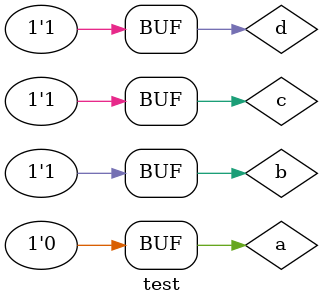
<source format=v>

module QuineMcCluskey ( s,a,b,c,d );

output s;
input a,b,c,d;
wire s1,s2,s3,s4,s5,s6;

not NOT1 (s1,c);
not NOT2 (s3,a);
and AND1 (s2,a,s1,d);
and AND2 (s4,s3,c);
and AND3 (s5,b,d);
and AND4 (s6,b,c);
or OR1 (s,s2,s4,s5,s6);

endmodule

//---------------------------------------------------------------------------------------------------------------

module test;
reg a,b,c,d;
wire s;

QuineMcCluskey QM( s,a,b,c,d );

initial begin:start
        a=0; b=0; c=0; d=0;
end

initial begin: main
#1 $display (" Exer Guia 08 - Marley Ribeiro");
#1 $display (" a   b   c   d  =   s ");
  $monitor (" %b   %b   %b   %b  =   %b ",a,b,c,d,s);
           
			  #1 a=1;    b=0;   c=0;   d=0;
			  #1 a=1;    b=0;   c=0;   d=1;
			  #1 a=1;    b=0;   c=1;   d=0;
			  #1 a=1;    b=0;   c=1;   d=1;
			  #1 a=1;    b=1;   c=0;   d=0;
			  #1 a=1;    b=1;   c=0;   d=1;
			  #1 a=1;    b=1;   c=1;   d=0;
			  #1 a=1;    b=1;   c=1;   d=1;
			  #1 a=0;    b=0;   c=0;   d=1;
			  #1 a=0;    b=0;   c=1;   d=0;
			  #1 a=0;    b=0;   c=1;   d=1;
			  #1 a=0;    b=1;   c=0;   d=0;
			  #1 a=0;    b=1;   c=0;   d=1;
			  #1 a=0;    b=1;   c=1;   d=0;
			  #1 a=0;    b=1;   c=1;   d=1;

			  
			  
			  
			  
end
endmodule

</source>
